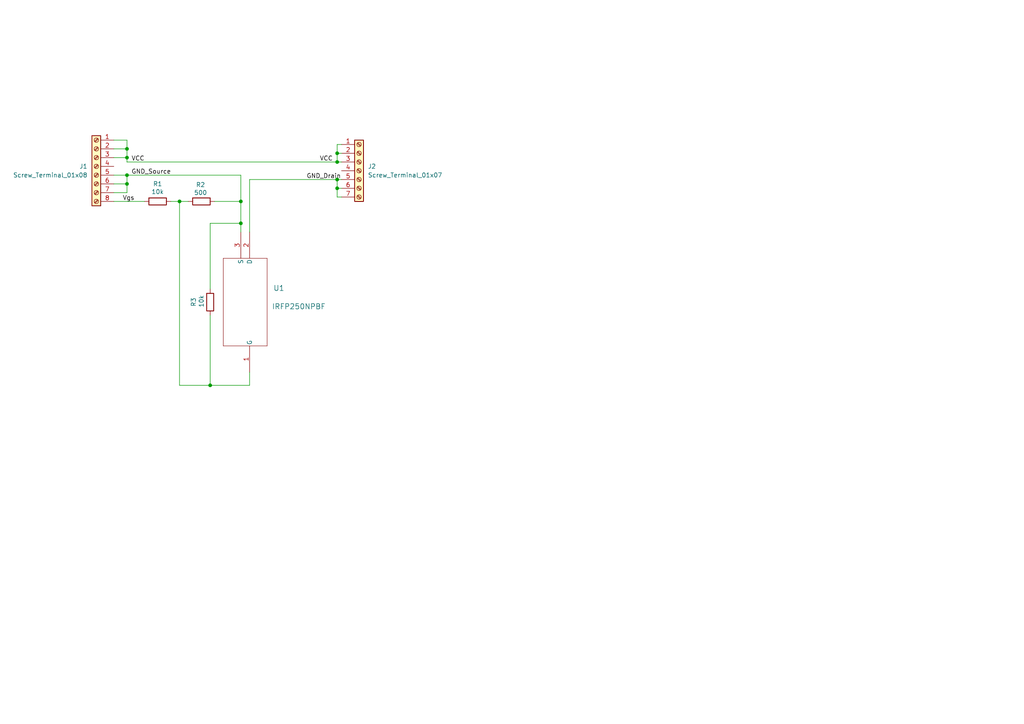
<source format=kicad_sch>
(kicad_sch (version 20231120) (generator "eeschema") (generator_version "8.0")
  (paper "A4")
  (lib_symbols
    (symbol "Connector:Screw_Terminal_01x07" (pin_names (offset 1.016) hide)
      (property "Reference" "J" (at 0 10.16 0))
      (property "Value" "Screw_Terminal_01x07" (at 0 -10.16 0))
      (symbol "Screw_Terminal_01x07_1_1"
        (rectangle (start -1.27 8.89) (end 1.27 -8.89) (stroke (width 0.254)) (fill (type background)))
        (circle (center 0 -7.62) (radius 0.635) (stroke (width 0.1524)))
        (circle (center 0 -5.08) (radius 0.635) (stroke (width 0.1524)))
        (circle (center 0 -2.54) (radius 0.635) (stroke (width 0.1524)))
        (polyline (pts (xy -0.5334 -7.2898) (xy 0.3302 -8.128)) (stroke (width 0.1524)))
        (polyline (pts (xy -0.5334 -4.7498) (xy 0.3302 -5.588)) (stroke (width 0.1524)))
        (polyline (pts (xy -0.5334 -2.2098) (xy 0.3302 -3.048)) (stroke (width 0.1524)))
        (polyline (pts (xy -0.5334 0.3302) (xy 0.3302 -0.508)) (stroke (width 0.1524)))
        (polyline (pts (xy -0.5334 2.8702) (xy 0.3302 2.032)) (stroke (width 0.1524)))
        (polyline (pts (xy -0.5334 5.4102) (xy 0.3302 4.572)) (stroke (width 0.1524)))
        (polyline (pts (xy -0.5334 7.9502) (xy 0.3302 7.112)) (stroke (width 0.1524)))
        (polyline (pts (xy -0.3556 -7.112) (xy 0.508 -7.9502)) (stroke (width 0.1524)))
        (polyline (pts (xy -0.3556 -4.572) (xy 0.508 -5.4102)) (stroke (width 0.1524)))
        (polyline (pts (xy -0.3556 -2.032) (xy 0.508 -2.8702)) (stroke (width 0.1524)))
        (polyline (pts (xy -0.3556 0.508) (xy 0.508 -0.3302)) (stroke (width 0.1524)))
        (polyline (pts (xy -0.3556 3.048) (xy 0.508 2.2098)) (stroke (width 0.1524)))
        (polyline (pts (xy -0.3556 5.588) (xy 0.508 4.7498)) (stroke (width 0.1524)))
        (polyline (pts (xy -0.3556 8.128) (xy 0.508 7.2898)) (stroke (width 0.1524)))
        (circle (center 0 0) (radius 0.635) (stroke (width 0.1524)))
        (circle (center 0 2.54) (radius 0.635) (stroke (width 0.1524)))
        (circle (center 0 5.08) (radius 0.635) (stroke (width 0.1524)))
        (circle (center 0 7.62) (radius 0.635) (stroke (width 0.1524)))
        (pin passive line (at -5.08 7.62 0) (length 3.81) (name "Pin_1") (number "1"))
        (pin passive line (at -5.08 5.08 0) (length 3.81) (name "Pin_2") (number "2"))
        (pin passive line (at -5.08 2.54 0) (length 3.81) (name "Pin_3") (number "3"))
        (pin passive line (at -5.08 0 0) (length 3.81) (name "Pin_4") (number "4"))
        (pin passive line (at -5.08 -2.54 0) (length 3.81) (name "Pin_5") (number "5"))
        (pin passive line (at -5.08 -5.08 0) (length 3.81) (name "Pin_6") (number "6"))
        (pin passive line (at -5.08 -7.62 0) (length 3.81) (name "Pin_7") (number "7"))
      )
    )
    (symbol "Connector:Screw_Terminal_01x08" (pin_names (offset 1.016) hide)
      (property "Reference" "J" (at 0 10.16 0))
      (property "Value" "Screw_Terminal_01x08" (at 0 -12.7 0))
      (symbol "Screw_Terminal_01x08_1_1"
        (rectangle (start -1.27 8.89) (end 1.27 -11.43) (stroke (width 0.254)) (fill (type background)))
        (circle (center 0 -10.16) (radius 0.635) (stroke (width 0.1524)))
        (circle (center 0 -7.62) (radius 0.635) (stroke (width 0.1524)))
        (circle (center 0 -5.08) (radius 0.635) (stroke (width 0.1524)))
        (circle (center 0 -2.54) (radius 0.635) (stroke (width 0.1524)))
        (polyline (pts (xy -0.5334 -9.8298) (xy 0.3302 -10.668)) (stroke (width 0.1524)))
        (polyline (pts (xy -0.5334 -7.2898) (xy 0.3302 -8.128)) (stroke (width 0.1524)))
        (polyline (pts (xy -0.5334 -4.7498) (xy 0.3302 -5.588)) (stroke (width 0.1524)))
        (polyline (pts (xy -0.5334 -2.2098) (xy 0.3302 -3.048)) (stroke (width 0.1524)))
        (polyline (pts (xy -0.5334 0.3302) (xy 0.3302 -0.508)) (stroke (width 0.1524)))
        (polyline (pts (xy -0.5334 2.8702) (xy 0.3302 2.032)) (stroke (width 0.1524)))
        (polyline (pts (xy -0.5334 5.4102) (xy 0.3302 4.572)) (stroke (width 0.1524)))
        (polyline (pts (xy -0.5334 7.9502) (xy 0.3302 7.112)) (stroke (width 0.1524)))
        (polyline (pts (xy -0.3556 -9.652) (xy 0.508 -10.4902)) (stroke (width 0.1524)))
        (polyline (pts (xy -0.3556 -7.112) (xy 0.508 -7.9502)) (stroke (width 0.1524)))
        (polyline (pts (xy -0.3556 -4.572) (xy 0.508 -5.4102)) (stroke (width 0.1524)))
        (polyline (pts (xy -0.3556 -2.032) (xy 0.508 -2.8702)) (stroke (width 0.1524)))
        (polyline (pts (xy -0.3556 0.508) (xy 0.508 -0.3302)) (stroke (width 0.1524)))
        (polyline (pts (xy -0.3556 3.048) (xy 0.508 2.2098)) (stroke (width 0.1524)))
        (polyline (pts (xy -0.3556 5.588) (xy 0.508 4.7498)) (stroke (width 0.1524)))
        (polyline (pts (xy -0.3556 8.128) (xy 0.508 7.2898)) (stroke (width 0.1524)))
        (circle (center 0 0) (radius 0.635) (stroke (width 0.1524)))
        (circle (center 0 2.54) (radius 0.635) (stroke (width 0.1524)))
        (circle (center 0 5.08) (radius 0.635) (stroke (width 0.1524)))
        (circle (center 0 7.62) (radius 0.635) (stroke (width 0.1524)))
        (pin passive line (at -5.08 7.62 0) (length 3.81) (name "Pin_1") (number "1"))
        (pin passive line (at -5.08 5.08 0) (length 3.81) (name "Pin_2") (number "2"))
        (pin passive line (at -5.08 2.54 0) (length 3.81) (name "Pin_3") (number "3"))
        (pin passive line (at -5.08 0 0) (length 3.81) (name "Pin_4") (number "4"))
        (pin passive line (at -5.08 -2.54 0) (length 3.81) (name "Pin_5") (number "5"))
        (pin passive line (at -5.08 -5.08 0) (length 3.81) (name "Pin_6") (number "6"))
        (pin passive line (at -5.08 -7.62 0) (length 3.81) (name "Pin_7") (number "7"))
        (pin passive line (at -5.08 -10.16 0) (length 3.81) (name "Pin_8") (number "8"))
      )
    )
    (symbol "Device:R" (pin_numbers hide) (pin_names (offset 0))
      (property "Reference" "R" (at 2.032 0 90))
      (property "Value" "R" (at 0 0 90))
      (symbol "R_0_1"
        (rectangle (start -1.016 -2.54) (end 1.016 2.54) (stroke (width 0.254)))
      )
      (symbol "R_1_1"
        (pin passive line (at 0 3.81 270) (length 1.27) (name "~") (number "1"))
        (pin passive line (at 0 -3.81 90) (length 1.27) (name "~") (number "2"))
      )
    )
    (symbol "IRFP250N:IRFP250NPBF" (pin_names (offset 0.254))
      (property "Reference" "U1" (at 24.384 10.16 90))
      (property "Value" "IRFP250NPBF" (at 19.05 22.098 90))
      (symbol "IRFP250NPBF_0_1"
        (polyline (pts (xy 7.62 -7.62) (xy 33.02 -7.62)) (stroke (width 0.127)))
        (polyline (pts (xy 7.62 5.08) (xy 7.62 -7.62)) (stroke (width 0.127)))
        (polyline (pts (xy 33.02 -7.62) (xy 33.02 5.08)) (stroke (width 0.127)))
        (polyline (pts (xy 33.02 5.08) (xy 7.62 5.08)) (stroke (width 0.127)))
        (pin unspecified line (at 0 0 0) (length 7.62) (name "G") (number "1"))
      )
      (symbol "IRFP250NPBF_1_1"
        (pin unspecified line (at 40.64 0 180) (length 7.62) (name "D") (number "2"))
        (pin unspecified line (at 40.64 -2.54 180) (length 7.62) (name "S") (number "3"))
      )
    )
  )
  (junction (at 97.79 54.61))
  (junction (at 97.79 46.99))
  (junction (at 69.85 58.42))
  (junction (at 36.83 45.72))
  (junction (at 36.83 53.34))
  (junction (at 60.96 111.76))
  (junction (at 52.07 58.42))
  (junction (at 69.85 64.77))
  (junction (at 36.83 50.8))
  (junction (at 97.79 44.45))
  (junction (at 97.79 52.07))
  (junction (at 36.83 43.18))
  (wire (pts (xy 60.96 91.44) (xy 60.96 111.76)))
  (wire (pts (xy 69.85 64.77) (xy 69.85 67.31)))
  (wire (pts (xy 99.06 57.15) (xy 97.79 57.15)))
  (wire (pts (xy 36.83 46.99) (xy 97.79 46.99)))
  (wire (pts (xy 33.02 43.18) (xy 36.83 43.18)))
  (wire (pts (xy 33.02 58.42) (xy 41.91 58.42)))
  (wire (pts (xy 33.02 45.72) (xy 36.83 45.72)))
  (wire (pts (xy 36.83 40.64) (xy 36.83 43.18)))
  (wire (pts (xy 36.83 50.8) (xy 69.85 50.8)))
  (wire (pts (xy 99.06 44.45) (xy 97.79 44.45)))
  (wire (pts (xy 99.06 54.61) (xy 97.79 54.61)))
  (wire (pts (xy 97.79 57.15) (xy 97.79 54.61)))
  (wire (pts (xy 33.02 55.88) (xy 36.83 55.88)))
  (wire (pts (xy 33.02 50.8) (xy 36.83 50.8)))
  (wire (pts (xy 97.79 52.07) (xy 72.39 52.07)))
  (wire (pts (xy 36.83 45.72) (xy 36.83 46.99)))
  (wire (pts (xy 60.96 111.76) (xy 72.39 111.76)))
  (wire (pts (xy 36.83 43.18) (xy 36.83 45.72)))
  (wire (pts (xy 36.83 53.34) (xy 36.83 50.8)))
  (wire (pts (xy 72.39 52.07) (xy 72.39 67.31)))
  (wire (pts (xy 60.96 64.77) (xy 69.85 64.77)))
  (wire (pts (xy 99.06 52.07) (xy 97.79 52.07)))
  (wire (pts (xy 52.07 58.42) (xy 54.61 58.42)))
  (wire (pts (xy 36.83 53.34) (xy 36.83 55.88)))
  (wire (pts (xy 33.02 40.64) (xy 36.83 40.64)))
  (wire (pts (xy 97.79 46.99) (xy 99.06 46.99)))
  (wire (pts (xy 33.02 53.34) (xy 36.83 53.34)))
  (wire (pts (xy 49.53 58.42) (xy 52.07 58.42)))
  (wire (pts (xy 69.85 58.42) (xy 69.85 64.77)))
  (wire (pts (xy 60.96 83.82) (xy 60.96 64.77)))
  (wire (pts (xy 69.85 50.8) (xy 69.85 58.42)))
  (wire (pts (xy 99.06 41.91) (xy 97.79 41.91)))
  (wire (pts (xy 72.39 107.95) (xy 72.39 111.76)))
  (wire (pts (xy 52.07 111.76) (xy 60.96 111.76)))
  (wire (pts (xy 62.23 58.42) (xy 69.85 58.42)))
  (wire (pts (xy 97.79 41.91) (xy 97.79 44.45)))
  (wire (pts (xy 97.79 52.07) (xy 97.79 54.61)))
  (wire (pts (xy 97.79 44.45) (xy 97.79 46.99)))
  (wire (pts (xy 52.07 58.42) (xy 52.07 111.76)))
  (label "GND_Source" (at 38.1 50.8 0))
  (label "VCC" (at 38.1 46.99 0))
  (label "VCC" (at 92.71 46.99 0))
  (label "GND_Drain" (at 88.9 52.07 0))
  (label "Vgs" (at 35.56 58.42 0))
  (symbol (lib_id "Device:R") (at 60.96 87.63 180) (unit 1)
    (property "Reference" "R3" (at 56.134 87.63 90))
    (property "Value" "10k" (at 58.42 87.376 90))
    (property "Footprint" "Resistor_THT:R_Axial_DIN0207_L6.3mm_D2.5mm_P7.62mm_Horizontal" (effects (hide yes)))
    (property "Description" "Resistor" (effects (hide yes)))
  )
  (symbol (lib_id "Device:R") (at 45.72 58.42 90) (unit 1)
    (property "Reference" "R1" (at 45.72 53.34 90))
    (property "Value" "10k" (at 45.72 55.626 90))
    (property "Footprint" "Resistor_THT:R_Axial_DIN0207_L6.3mm_D2.5mm_P7.62mm_Horizontal" (effects (hide yes)))
    (property "Description" "Resistor" (effects (hide yes)))
  )
  (symbol (lib_id "IRFP250N:IRFP250NPBF") (at 72.39 107.95 270) (mirror x) (unit 1)
    (property "Reference" "U1" (at 82.55 83.566 90) (effects (font (size 1.524 1.524)) (justify right)))
    (property "Value" "IRFP250NPBF" (at 94.488 88.9 90) (effects (font (size 1.524 1.524)) (justify right)))
    (property "Footprint" "IRFP250N:IRFP250N" (effects (hide yes)))
    (property "Datasheet" "IRFP250NPBF" (effects (hide yes)))
  )
  (symbol (lib_id "Device:R") (at 58.42 58.42 270) (unit 1)
    (property "Reference" "R2" (at 58.166 53.594 90))
    (property "Value" "500" (at 58.166 55.88 90))
    (property "Footprint" "Resistor_THT:R_Axial_DIN0207_L6.3mm_D2.5mm_P7.62mm_Horizontal" (effects (hide yes)))
    (property "Description" "Resistor" (effects (hide yes)))
  )
  (symbol (lib_id "Connector:Screw_Terminal_01x08") (at 27.94 48.26 0) (mirror y) (unit 1)
    (property "Reference" "J1" (at 25.4 48.2599 0) (effects (justify left)))
    (property "Value" "Screw_Terminal_01x08" (at 25.4 50.7999 0) (effects (justify left)))
    (property "Footprint" "TerminalBlock_Phoenix:TerminalBlock_Phoenix_MPT-0,5-8-2.54_1x08_P2.54mm_Horizontal" (effects (hide yes)))
    (property "Description" "Generic screw terminal, single row, 01x08, script generated (kicad-library-utils/schlib/autogen/connector/)" (effects (hide yes)))
  )
  (symbol (lib_id "Connector:Screw_Terminal_01x07") (at 104.14 49.53 0) (unit 1)
    (property "Reference" "J2" (at 106.68 48.2599 0) (effects (justify left)))
    (property "Value" "Screw_Terminal_01x07" (at 106.68 50.7999 0) (effects (justify left)))
    (property "Footprint" "TerminalBlock_Phoenix:TerminalBlock_Phoenix_MPT-0,5-7-2.54_1x07_P2.54mm_Horizontal" (effects (hide yes)))
    (property "Description" "Generic screw terminal, single row, 01x07, script generated (kicad-library-utils/schlib/autogen/connector/)" (effects (hide yes)))
  )
)
</source>
